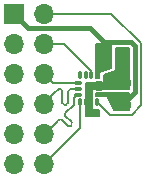
<source format=gbr>
%TF.GenerationSoftware,KiCad,Pcbnew,8.0.6-1.fc39*%
%TF.CreationDate,2024-10-31T14:54:44-07:00*%
%TF.ProjectId,IIS3DWB_eval,49495333-4457-4425-9f65-76616c2e6b69,rev?*%
%TF.SameCoordinates,Original*%
%TF.FileFunction,Copper,L1,Top*%
%TF.FilePolarity,Positive*%
%FSLAX46Y46*%
G04 Gerber Fmt 4.6, Leading zero omitted, Abs format (unit mm)*
G04 Created by KiCad (PCBNEW 8.0.6-1.fc39) date 2024-10-31 14:54:44*
%MOMM*%
%LPD*%
G01*
G04 APERTURE LIST*
G04 Aperture macros list*
%AMRoundRect*
0 Rectangle with rounded corners*
0 $1 Rounding radius*
0 $2 $3 $4 $5 $6 $7 $8 $9 X,Y pos of 4 corners*
0 Add a 4 corners polygon primitive as box body*
4,1,4,$2,$3,$4,$5,$6,$7,$8,$9,$2,$3,0*
0 Add four circle primitives for the rounded corners*
1,1,$1+$1,$2,$3*
1,1,$1+$1,$4,$5*
1,1,$1+$1,$6,$7*
1,1,$1+$1,$8,$9*
0 Add four rect primitives between the rounded corners*
20,1,$1+$1,$2,$3,$4,$5,0*
20,1,$1+$1,$4,$5,$6,$7,0*
20,1,$1+$1,$6,$7,$8,$9,0*
20,1,$1+$1,$8,$9,$2,$3,0*%
G04 Aperture macros list end*
%TA.AperFunction,Conductor*%
%ADD10C,0.200000*%
%TD*%
%TA.AperFunction,SMDPad,CuDef*%
%ADD11RoundRect,0.087500X0.087500X-0.225000X0.087500X0.225000X-0.087500X0.225000X-0.087500X-0.225000X0*%
%TD*%
%TA.AperFunction,SMDPad,CuDef*%
%ADD12RoundRect,0.087500X0.225000X-0.087500X0.225000X0.087500X-0.225000X0.087500X-0.225000X-0.087500X0*%
%TD*%
%TA.AperFunction,SMDPad,CuDef*%
%ADD13RoundRect,0.250000X0.475000X-0.250000X0.475000X0.250000X-0.475000X0.250000X-0.475000X-0.250000X0*%
%TD*%
%TA.AperFunction,SMDPad,CuDef*%
%ADD14RoundRect,0.250000X-0.250000X-0.475000X0.250000X-0.475000X0.250000X0.475000X-0.250000X0.475000X0*%
%TD*%
%TA.AperFunction,ComponentPad*%
%ADD15R,1.700000X1.700000*%
%TD*%
%TA.AperFunction,ComponentPad*%
%ADD16O,1.700000X1.700000*%
%TD*%
%TA.AperFunction,ViaPad*%
%ADD17C,0.600000*%
%TD*%
%TA.AperFunction,Conductor*%
%ADD18C,0.400000*%
%TD*%
G04 APERTURE END LIST*
D10*
%TO.N,+3V3*%
X155575000Y-93472000D02*
X154559000Y-93853000D01*
X154559000Y-94361000D01*
X154305000Y-94361000D01*
X154305000Y-91440000D01*
X155575000Y-91440000D01*
X155575000Y-93472000D01*
%TA.AperFunction,Conductor*%
G36*
X155575000Y-93472000D02*
G01*
X154559000Y-93853000D01*
X154559000Y-94361000D01*
X154305000Y-94361000D01*
X154305000Y-91440000D01*
X155575000Y-91440000D01*
X155575000Y-93472000D01*
G37*
%TD.AperFunction*%
X157099000Y-97028000D02*
X155829000Y-97028000D01*
X155194000Y-95885000D01*
X154305000Y-95885000D01*
X154305000Y-95631000D01*
X157099000Y-95631000D01*
X157099000Y-97028000D01*
%TA.AperFunction,Conductor*%
G36*
X157099000Y-97028000D02*
G01*
X155829000Y-97028000D01*
X155194000Y-95885000D01*
X154305000Y-95885000D01*
X154305000Y-95631000D01*
X157099000Y-95631000D01*
X157099000Y-97028000D01*
G37*
%TD.AperFunction*%
%TO.N,GND*%
X157099000Y-95250000D02*
X153924000Y-95250000D01*
X153924000Y-97028000D01*
X154559000Y-97028000D01*
X154559000Y-97536000D01*
X153416000Y-97536000D01*
X153416000Y-94742000D01*
X154940000Y-94742000D01*
X154940000Y-94107000D01*
X155956000Y-93726000D01*
X155956000Y-91821000D01*
X157099000Y-91821000D01*
X157099000Y-95250000D01*
%TA.AperFunction,Conductor*%
G36*
X157099000Y-95250000D02*
G01*
X153924000Y-95250000D01*
X153924000Y-97028000D01*
X154559000Y-97028000D01*
X154559000Y-97536000D01*
X153416000Y-97536000D01*
X153416000Y-94742000D01*
X154940000Y-94742000D01*
X154940000Y-94107000D01*
X155956000Y-93726000D01*
X155956000Y-91821000D01*
X157099000Y-91821000D01*
X157099000Y-95250000D01*
G37*
%TD.AperFunction*%
%TD*%
D11*
%TO.P,U1,1,SDO*%
%TO.N,SDO*%
X152920000Y-96412500D03*
%TO.P,U1,2,GND*%
%TO.N,GND*%
X153420000Y-96412500D03*
%TO.P,U1,3,GND*%
X153920000Y-96412500D03*
%TO.P,U1,4,INT1*%
%TO.N,INT1*%
X154420000Y-96412500D03*
D12*
%TO.P,U1,5,VDD_IO*%
%TO.N,+3V3*%
X154582500Y-95750000D03*
%TO.P,U1,6,GND*%
%TO.N,GND*%
X154582500Y-95250000D03*
%TO.P,U1,7,GND*%
X154582500Y-94750000D03*
D11*
%TO.P,U1,8,VDD*%
%TO.N,+3V3*%
X154420000Y-94087500D03*
%TO.P,U1,9,INT2*%
%TO.N,INT2*%
X153920000Y-94087500D03*
%TO.P,U1,10,RES*%
%TO.N,unconnected-(U1-RES-Pad10)*%
X153420000Y-94087500D03*
%TO.P,U1,11,RES*%
%TO.N,unconnected-(U1-RES-Pad11)*%
X152920000Y-94087500D03*
D12*
%TO.P,U1,12,CS*%
%TO.N,CS*%
X152757500Y-94750000D03*
%TO.P,U1,13,SPC*%
%TO.N,SCK*%
X152757500Y-95250000D03*
%TO.P,U1,14,SDI*%
%TO.N,SDI*%
X152757500Y-95750000D03*
%TD*%
D13*
%TO.P,C2,1*%
%TO.N,+3V3*%
X156464000Y-96642000D03*
%TO.P,C2,2*%
%TO.N,GND*%
X156464000Y-94742000D03*
%TD*%
D14*
%TO.P,C1,1*%
%TO.N,+3V3*%
X154752000Y-92456000D03*
%TO.P,C1,2*%
%TO.N,GND*%
X156652000Y-92456000D03*
%TD*%
D15*
%TO.P,J1,1,Pin_1*%
%TO.N,+3V3*%
X147320000Y-88900000D03*
D16*
%TO.P,J1,2,Pin_2*%
%TO.N,INT1*%
X149860000Y-88900000D03*
%TO.P,J1,3,Pin_3*%
%TO.N,GND*%
X147320000Y-91440000D03*
%TO.P,J1,4,Pin_4*%
%TO.N,INT2*%
X149860000Y-91440000D03*
%TO.P,J1,5,Pin_5*%
%TO.N,GND*%
X147320000Y-93980000D03*
%TO.P,J1,6,Pin_6*%
%TO.N,CS*%
X149860000Y-93980000D03*
%TO.P,J1,7,Pin_7*%
%TO.N,GND*%
X147320000Y-96520000D03*
%TO.P,J1,8,Pin_8*%
%TO.N,SCK*%
X149860000Y-96520000D03*
%TO.P,J1,9,Pin_9*%
%TO.N,GND*%
X147320000Y-99060000D03*
%TO.P,J1,10,Pin_10*%
%TO.N,SDI*%
X149860000Y-99060000D03*
%TO.P,J1,11,Pin_11*%
%TO.N,GND*%
X147320000Y-101600000D03*
%TO.P,J1,12,Pin_12*%
%TO.N,SDO*%
X149860000Y-101600000D03*
%TD*%
D17*
%TO.N,GND*%
X155448000Y-94234000D03*
X153670000Y-97282000D03*
X156210000Y-93599000D03*
X153670000Y-94996000D03*
X156845000Y-93599000D03*
X154305000Y-97282000D03*
X155448000Y-94869000D03*
X153670000Y-95631000D03*
%TD*%
D18*
%TO.N,+3V3*%
X153769000Y-90150000D02*
X154940000Y-91321000D01*
X156464000Y-96642000D02*
X157599000Y-95507000D01*
X157599000Y-91613893D02*
X157306107Y-91321000D01*
X157599000Y-95507000D02*
X157599000Y-91613893D01*
X157306107Y-91321000D02*
X154940000Y-91321000D01*
X148570000Y-90150000D02*
X153769000Y-90150000D01*
X147320000Y-88900000D02*
X148570000Y-90150000D01*
D10*
%TO.N,SCK*%
X151146000Y-95250000D02*
X151130000Y-95250000D01*
X151246000Y-95250000D02*
X151146000Y-95250000D01*
X152757500Y-95250000D02*
X152146000Y-95250000D01*
X151746000Y-96630000D02*
X151646000Y-96630000D01*
X151946000Y-95450000D02*
X151946000Y-96430000D01*
X150749000Y-95631000D02*
X149860000Y-96520000D01*
X151446000Y-96430000D02*
X151446000Y-95450000D01*
X151130000Y-95250000D02*
X150749000Y-95631000D01*
X151946000Y-96430000D02*
G75*
G02*
X151746000Y-96630000I-200000J0D01*
G01*
X152146000Y-95250000D02*
G75*
G03*
X151946000Y-95450000I0J-200000D01*
G01*
X151446000Y-95450000D02*
G75*
G03*
X151246000Y-95250000I-200000J0D01*
G01*
X151646000Y-96630000D02*
G75*
G02*
X151446000Y-96430000I0J200000D01*
G01*
%TO.N,SDI*%
X152445000Y-96602000D02*
X151701500Y-97345500D01*
X152719568Y-95750000D02*
X152445000Y-96024568D01*
X151943331Y-98399092D02*
X151411587Y-97867348D01*
X151701500Y-97577432D02*
X152233245Y-98109177D01*
X151121672Y-97925329D02*
X150976383Y-98070617D01*
X149987000Y-99060000D02*
X149860000Y-99060000D01*
X152445000Y-96024568D02*
X152445000Y-96602000D01*
X151179657Y-97867347D02*
X151121672Y-97925329D01*
X152233244Y-98341109D02*
X152175263Y-98399091D01*
X150976383Y-98070617D02*
X149987000Y-99060000D01*
X152757500Y-95750000D02*
X152719568Y-95750000D01*
X151701500Y-97345500D02*
G75*
G03*
X151701466Y-97577466I116000J-116000D01*
G01*
X152175263Y-98399091D02*
G75*
G02*
X151943334Y-98399088I-115963J115991D01*
G01*
X151411587Y-97867348D02*
G75*
G03*
X151179635Y-97867325I-115987J-115952D01*
G01*
X152233245Y-98109177D02*
G75*
G02*
X152233202Y-98341066I-115945J-115923D01*
G01*
%TO.N,INT1*%
X155592214Y-88900000D02*
X149860000Y-88900000D01*
X155449500Y-97442000D02*
X157320000Y-97442000D01*
X154420000Y-96412500D02*
X155449500Y-97442000D01*
X157320000Y-97442000D02*
X158099000Y-96663000D01*
X158099000Y-91406786D02*
X155592214Y-88900000D01*
X158099000Y-96663000D02*
X158099000Y-91406786D01*
%TO.N,SDO*%
X149860000Y-101600000D02*
X152920000Y-98540000D01*
X152920000Y-98540000D02*
X152920000Y-96412500D01*
%TO.N,INT2*%
X153920000Y-94087500D02*
X153920000Y-93724568D01*
X153920000Y-93724568D02*
X151635432Y-91440000D01*
X151635432Y-91440000D02*
X149860000Y-91440000D01*
%TO.N,CS*%
X152757500Y-94750000D02*
X150630000Y-94750000D01*
X150630000Y-94750000D02*
X149860000Y-93980000D01*
%TD*%
M02*

</source>
